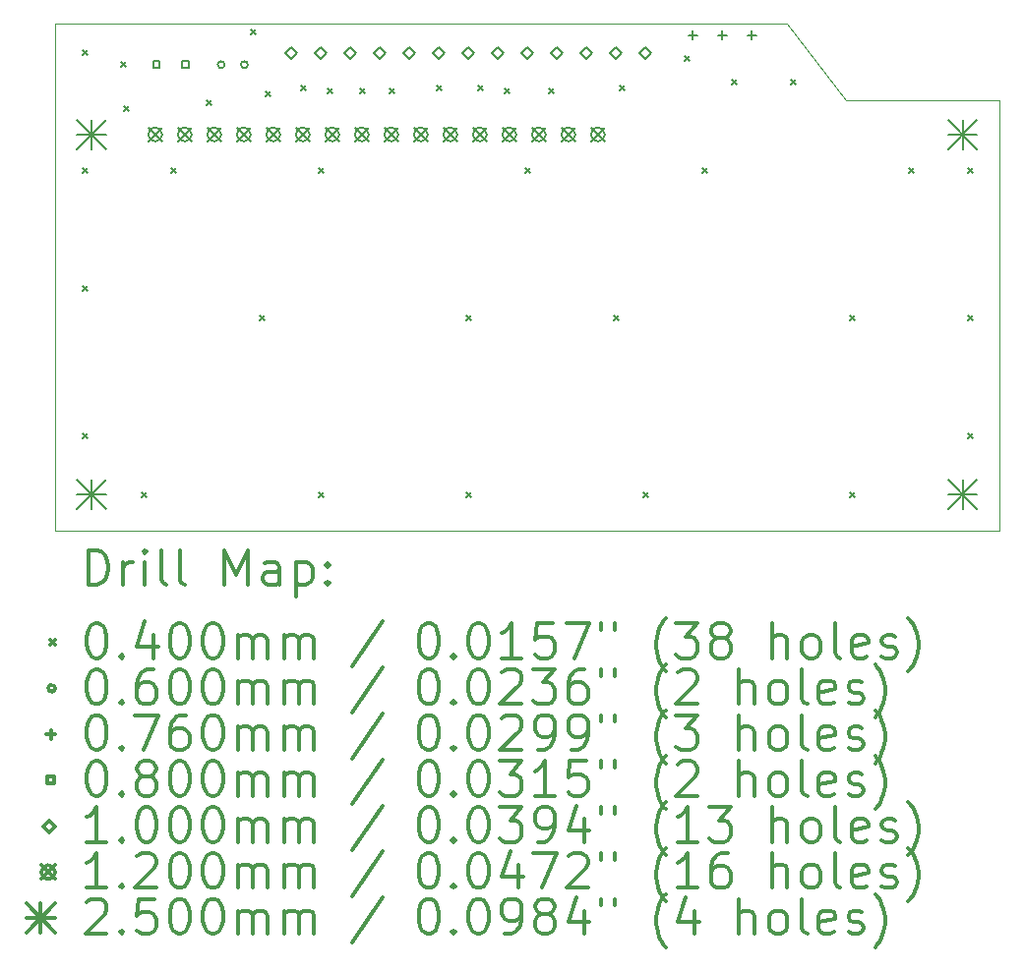
<source format=gbr>
%FSLAX45Y45*%
G04 Gerber Fmt 4.5, Leading zero omitted, Abs format (unit mm)*
G04 Created by KiCad (PCBNEW (5.1.10-1-10_14)) date 2021-11-19 10:18:55*
%MOMM*%
%LPD*%
G01*
G04 APERTURE LIST*
%TA.AperFunction,Profile*%
%ADD10C,0.050000*%
%TD*%
%ADD11C,0.200000*%
%ADD12C,0.300000*%
G04 APERTURE END LIST*
D10*
X16459200Y-9550400D02*
X17780000Y-9550400D01*
X15951200Y-8890000D02*
X16459200Y-9550400D01*
X17780000Y-13258800D02*
X9652000Y-13258800D01*
X17780000Y-9550400D02*
X17780000Y-13258800D01*
X9652000Y-8890000D02*
X15951200Y-8890000D01*
X9652000Y-13258800D02*
X9652000Y-8890000D01*
D11*
X9886000Y-9124000D02*
X9926000Y-9164000D01*
X9926000Y-9124000D02*
X9886000Y-9164000D01*
X9886000Y-10140000D02*
X9926000Y-10180000D01*
X9926000Y-10140000D02*
X9886000Y-10180000D01*
X9886000Y-11156000D02*
X9926000Y-11196000D01*
X9926000Y-11156000D02*
X9886000Y-11196000D01*
X9886000Y-12426000D02*
X9926000Y-12466000D01*
X9926000Y-12426000D02*
X9886000Y-12466000D01*
X10216200Y-9225600D02*
X10256200Y-9265600D01*
X10256200Y-9225600D02*
X10216200Y-9265600D01*
X10241600Y-9606600D02*
X10281600Y-9646600D01*
X10281600Y-9606600D02*
X10241600Y-9646600D01*
X10394000Y-12934000D02*
X10434000Y-12974000D01*
X10434000Y-12934000D02*
X10394000Y-12974000D01*
X10648000Y-10140000D02*
X10688000Y-10180000D01*
X10688000Y-10140000D02*
X10648000Y-10180000D01*
X10952800Y-9555800D02*
X10992800Y-9595800D01*
X10992800Y-9555800D02*
X10952800Y-9595800D01*
X11333800Y-8946200D02*
X11373800Y-8986200D01*
X11373800Y-8946200D02*
X11333800Y-8986200D01*
X11410000Y-11410000D02*
X11450000Y-11450000D01*
X11450000Y-11410000D02*
X11410000Y-11450000D01*
X11460800Y-9479600D02*
X11500800Y-9519600D01*
X11500800Y-9479600D02*
X11460800Y-9519600D01*
X11765600Y-9428800D02*
X11805600Y-9468800D01*
X11805600Y-9428800D02*
X11765600Y-9468800D01*
X11918000Y-10140000D02*
X11958000Y-10180000D01*
X11958000Y-10140000D02*
X11918000Y-10180000D01*
X11918000Y-12934000D02*
X11958000Y-12974000D01*
X11958000Y-12934000D02*
X11918000Y-12974000D01*
X11994200Y-9454200D02*
X12034200Y-9494200D01*
X12034200Y-9454200D02*
X11994200Y-9494200D01*
X12273600Y-9454200D02*
X12313600Y-9494200D01*
X12313600Y-9454200D02*
X12273600Y-9494200D01*
X12527600Y-9454200D02*
X12567600Y-9494200D01*
X12567600Y-9454200D02*
X12527600Y-9494200D01*
X12934000Y-9428800D02*
X12974000Y-9468800D01*
X12974000Y-9428800D02*
X12934000Y-9468800D01*
X13188000Y-11410000D02*
X13228000Y-11450000D01*
X13228000Y-11410000D02*
X13188000Y-11450000D01*
X13188000Y-12934000D02*
X13228000Y-12974000D01*
X13228000Y-12934000D02*
X13188000Y-12974000D01*
X13289600Y-9428800D02*
X13329600Y-9468800D01*
X13329600Y-9428800D02*
X13289600Y-9468800D01*
X13518200Y-9454200D02*
X13558200Y-9494200D01*
X13558200Y-9454200D02*
X13518200Y-9494200D01*
X13696000Y-10140000D02*
X13736000Y-10180000D01*
X13736000Y-10140000D02*
X13696000Y-10180000D01*
X13899200Y-9454200D02*
X13939200Y-9494200D01*
X13939200Y-9454200D02*
X13899200Y-9494200D01*
X14458000Y-11410000D02*
X14498000Y-11450000D01*
X14498000Y-11410000D02*
X14458000Y-11450000D01*
X14508800Y-9428800D02*
X14548800Y-9468800D01*
X14548800Y-9428800D02*
X14508800Y-9468800D01*
X14712000Y-12934000D02*
X14752000Y-12974000D01*
X14752000Y-12934000D02*
X14712000Y-12974000D01*
X15067600Y-9174800D02*
X15107600Y-9214800D01*
X15107600Y-9174800D02*
X15067600Y-9214800D01*
X15220000Y-10140000D02*
X15260000Y-10180000D01*
X15260000Y-10140000D02*
X15220000Y-10180000D01*
X15474000Y-9378000D02*
X15514000Y-9418000D01*
X15514000Y-9378000D02*
X15474000Y-9418000D01*
X15982000Y-9378000D02*
X16022000Y-9418000D01*
X16022000Y-9378000D02*
X15982000Y-9418000D01*
X16490000Y-11410000D02*
X16530000Y-11450000D01*
X16530000Y-11410000D02*
X16490000Y-11450000D01*
X16490000Y-12934000D02*
X16530000Y-12974000D01*
X16530000Y-12934000D02*
X16490000Y-12974000D01*
X16998000Y-10140000D02*
X17038000Y-10180000D01*
X17038000Y-10140000D02*
X16998000Y-10180000D01*
X17506000Y-10140000D02*
X17546000Y-10180000D01*
X17546000Y-10140000D02*
X17506000Y-10180000D01*
X17506000Y-11410000D02*
X17546000Y-11450000D01*
X17546000Y-11410000D02*
X17506000Y-11450000D01*
X17506000Y-12426000D02*
X17546000Y-12466000D01*
X17546000Y-12426000D02*
X17506000Y-12466000D01*
X11107600Y-9245600D02*
G75*
G03*
X11107600Y-9245600I-30000J0D01*
G01*
X11307600Y-9245600D02*
G75*
G03*
X11307600Y-9245600I-30000J0D01*
G01*
X15138400Y-8953600D02*
X15138400Y-9029600D01*
X15100400Y-8991600D02*
X15176400Y-8991600D01*
X15392400Y-8953600D02*
X15392400Y-9029600D01*
X15354400Y-8991600D02*
X15430400Y-8991600D01*
X15646400Y-8953600D02*
X15646400Y-9029600D01*
X15608400Y-8991600D02*
X15684400Y-8991600D01*
X10547885Y-9273885D02*
X10547885Y-9217316D01*
X10491316Y-9217316D01*
X10491316Y-9273885D01*
X10547885Y-9273885D01*
X10797885Y-9273885D02*
X10797885Y-9217316D01*
X10741316Y-9217316D01*
X10741316Y-9273885D01*
X10797885Y-9273885D01*
X11684000Y-9194000D02*
X11734000Y-9144000D01*
X11684000Y-9094000D01*
X11634000Y-9144000D01*
X11684000Y-9194000D01*
X11938000Y-9194000D02*
X11988000Y-9144000D01*
X11938000Y-9094000D01*
X11888000Y-9144000D01*
X11938000Y-9194000D01*
X12192000Y-9194000D02*
X12242000Y-9144000D01*
X12192000Y-9094000D01*
X12142000Y-9144000D01*
X12192000Y-9194000D01*
X12446000Y-9194000D02*
X12496000Y-9144000D01*
X12446000Y-9094000D01*
X12396000Y-9144000D01*
X12446000Y-9194000D01*
X12700000Y-9194000D02*
X12750000Y-9144000D01*
X12700000Y-9094000D01*
X12650000Y-9144000D01*
X12700000Y-9194000D01*
X12954000Y-9194000D02*
X13004000Y-9144000D01*
X12954000Y-9094000D01*
X12904000Y-9144000D01*
X12954000Y-9194000D01*
X13208000Y-9194000D02*
X13258000Y-9144000D01*
X13208000Y-9094000D01*
X13158000Y-9144000D01*
X13208000Y-9194000D01*
X13462000Y-9194000D02*
X13512000Y-9144000D01*
X13462000Y-9094000D01*
X13412000Y-9144000D01*
X13462000Y-9194000D01*
X13716000Y-9194000D02*
X13766000Y-9144000D01*
X13716000Y-9094000D01*
X13666000Y-9144000D01*
X13716000Y-9194000D01*
X13970000Y-9194000D02*
X14020000Y-9144000D01*
X13970000Y-9094000D01*
X13920000Y-9144000D01*
X13970000Y-9194000D01*
X14224000Y-9194000D02*
X14274000Y-9144000D01*
X14224000Y-9094000D01*
X14174000Y-9144000D01*
X14224000Y-9194000D01*
X14478000Y-9194000D02*
X14528000Y-9144000D01*
X14478000Y-9094000D01*
X14428000Y-9144000D01*
X14478000Y-9194000D01*
X14732000Y-9194000D02*
X14782000Y-9144000D01*
X14732000Y-9094000D01*
X14682000Y-9144000D01*
X14732000Y-9194000D01*
X10450100Y-9786100D02*
X10570100Y-9906100D01*
X10570100Y-9786100D02*
X10450100Y-9906100D01*
X10570100Y-9846100D02*
G75*
G03*
X10570100Y-9846100I-60000J0D01*
G01*
X10704100Y-9786100D02*
X10824100Y-9906100D01*
X10824100Y-9786100D02*
X10704100Y-9906100D01*
X10824100Y-9846100D02*
G75*
G03*
X10824100Y-9846100I-60000J0D01*
G01*
X10958100Y-9786100D02*
X11078100Y-9906100D01*
X11078100Y-9786100D02*
X10958100Y-9906100D01*
X11078100Y-9846100D02*
G75*
G03*
X11078100Y-9846100I-60000J0D01*
G01*
X11212100Y-9786100D02*
X11332100Y-9906100D01*
X11332100Y-9786100D02*
X11212100Y-9906100D01*
X11332100Y-9846100D02*
G75*
G03*
X11332100Y-9846100I-60000J0D01*
G01*
X11466100Y-9786100D02*
X11586100Y-9906100D01*
X11586100Y-9786100D02*
X11466100Y-9906100D01*
X11586100Y-9846100D02*
G75*
G03*
X11586100Y-9846100I-60000J0D01*
G01*
X11720100Y-9786100D02*
X11840100Y-9906100D01*
X11840100Y-9786100D02*
X11720100Y-9906100D01*
X11840100Y-9846100D02*
G75*
G03*
X11840100Y-9846100I-60000J0D01*
G01*
X11974100Y-9786100D02*
X12094100Y-9906100D01*
X12094100Y-9786100D02*
X11974100Y-9906100D01*
X12094100Y-9846100D02*
G75*
G03*
X12094100Y-9846100I-60000J0D01*
G01*
X12228100Y-9786100D02*
X12348100Y-9906100D01*
X12348100Y-9786100D02*
X12228100Y-9906100D01*
X12348100Y-9846100D02*
G75*
G03*
X12348100Y-9846100I-60000J0D01*
G01*
X12482100Y-9786100D02*
X12602100Y-9906100D01*
X12602100Y-9786100D02*
X12482100Y-9906100D01*
X12602100Y-9846100D02*
G75*
G03*
X12602100Y-9846100I-60000J0D01*
G01*
X12736100Y-9786100D02*
X12856100Y-9906100D01*
X12856100Y-9786100D02*
X12736100Y-9906100D01*
X12856100Y-9846100D02*
G75*
G03*
X12856100Y-9846100I-60000J0D01*
G01*
X12990100Y-9786100D02*
X13110100Y-9906100D01*
X13110100Y-9786100D02*
X12990100Y-9906100D01*
X13110100Y-9846100D02*
G75*
G03*
X13110100Y-9846100I-60000J0D01*
G01*
X13244100Y-9786100D02*
X13364100Y-9906100D01*
X13364100Y-9786100D02*
X13244100Y-9906100D01*
X13364100Y-9846100D02*
G75*
G03*
X13364100Y-9846100I-60000J0D01*
G01*
X13498100Y-9786100D02*
X13618100Y-9906100D01*
X13618100Y-9786100D02*
X13498100Y-9906100D01*
X13618100Y-9846100D02*
G75*
G03*
X13618100Y-9846100I-60000J0D01*
G01*
X13752100Y-9786100D02*
X13872100Y-9906100D01*
X13872100Y-9786100D02*
X13752100Y-9906100D01*
X13872100Y-9846100D02*
G75*
G03*
X13872100Y-9846100I-60000J0D01*
G01*
X14006100Y-9786100D02*
X14126100Y-9906100D01*
X14126100Y-9786100D02*
X14006100Y-9906100D01*
X14126100Y-9846100D02*
G75*
G03*
X14126100Y-9846100I-60000J0D01*
G01*
X14260100Y-9786100D02*
X14380100Y-9906100D01*
X14380100Y-9786100D02*
X14260100Y-9906100D01*
X14380100Y-9846100D02*
G75*
G03*
X14380100Y-9846100I-60000J0D01*
G01*
X9835190Y-9721100D02*
X10085190Y-9971100D01*
X10085190Y-9721100D02*
X9835190Y-9971100D01*
X9960190Y-9721100D02*
X9960190Y-9971100D01*
X9835190Y-9846100D02*
X10085190Y-9846100D01*
X9835190Y-12821170D02*
X10085190Y-13071170D01*
X10085190Y-12821170D02*
X9835190Y-13071170D01*
X9960190Y-12821170D02*
X9960190Y-13071170D01*
X9835190Y-12946170D02*
X10085190Y-12946170D01*
X17335048Y-12821170D02*
X17585048Y-13071170D01*
X17585048Y-12821170D02*
X17335048Y-13071170D01*
X17460048Y-12821170D02*
X17460048Y-13071170D01*
X17335048Y-12946170D02*
X17585048Y-12946170D01*
X17335100Y-9721100D02*
X17585100Y-9971100D01*
X17585100Y-9721100D02*
X17335100Y-9971100D01*
X17460100Y-9721100D02*
X17460100Y-9971100D01*
X17335100Y-9846100D02*
X17585100Y-9846100D01*
D12*
X9935928Y-13727014D02*
X9935928Y-13427014D01*
X10007357Y-13427014D01*
X10050214Y-13441300D01*
X10078786Y-13469871D01*
X10093071Y-13498443D01*
X10107357Y-13555586D01*
X10107357Y-13598443D01*
X10093071Y-13655586D01*
X10078786Y-13684157D01*
X10050214Y-13712729D01*
X10007357Y-13727014D01*
X9935928Y-13727014D01*
X10235928Y-13727014D02*
X10235928Y-13527014D01*
X10235928Y-13584157D02*
X10250214Y-13555586D01*
X10264500Y-13541300D01*
X10293071Y-13527014D01*
X10321643Y-13527014D01*
X10421643Y-13727014D02*
X10421643Y-13527014D01*
X10421643Y-13427014D02*
X10407357Y-13441300D01*
X10421643Y-13455586D01*
X10435928Y-13441300D01*
X10421643Y-13427014D01*
X10421643Y-13455586D01*
X10607357Y-13727014D02*
X10578786Y-13712729D01*
X10564500Y-13684157D01*
X10564500Y-13427014D01*
X10764500Y-13727014D02*
X10735928Y-13712729D01*
X10721643Y-13684157D01*
X10721643Y-13427014D01*
X11107357Y-13727014D02*
X11107357Y-13427014D01*
X11207357Y-13641300D01*
X11307357Y-13427014D01*
X11307357Y-13727014D01*
X11578786Y-13727014D02*
X11578786Y-13569871D01*
X11564500Y-13541300D01*
X11535928Y-13527014D01*
X11478786Y-13527014D01*
X11450214Y-13541300D01*
X11578786Y-13712729D02*
X11550214Y-13727014D01*
X11478786Y-13727014D01*
X11450214Y-13712729D01*
X11435928Y-13684157D01*
X11435928Y-13655586D01*
X11450214Y-13627014D01*
X11478786Y-13612729D01*
X11550214Y-13612729D01*
X11578786Y-13598443D01*
X11721643Y-13527014D02*
X11721643Y-13827014D01*
X11721643Y-13541300D02*
X11750214Y-13527014D01*
X11807357Y-13527014D01*
X11835928Y-13541300D01*
X11850214Y-13555586D01*
X11864500Y-13584157D01*
X11864500Y-13669871D01*
X11850214Y-13698443D01*
X11835928Y-13712729D01*
X11807357Y-13727014D01*
X11750214Y-13727014D01*
X11721643Y-13712729D01*
X11993071Y-13698443D02*
X12007357Y-13712729D01*
X11993071Y-13727014D01*
X11978786Y-13712729D01*
X11993071Y-13698443D01*
X11993071Y-13727014D01*
X11993071Y-13541300D02*
X12007357Y-13555586D01*
X11993071Y-13569871D01*
X11978786Y-13555586D01*
X11993071Y-13541300D01*
X11993071Y-13569871D01*
X9609500Y-14201300D02*
X9649500Y-14241300D01*
X9649500Y-14201300D02*
X9609500Y-14241300D01*
X9993071Y-14057014D02*
X10021643Y-14057014D01*
X10050214Y-14071300D01*
X10064500Y-14085586D01*
X10078786Y-14114157D01*
X10093071Y-14171300D01*
X10093071Y-14242729D01*
X10078786Y-14299871D01*
X10064500Y-14328443D01*
X10050214Y-14342729D01*
X10021643Y-14357014D01*
X9993071Y-14357014D01*
X9964500Y-14342729D01*
X9950214Y-14328443D01*
X9935928Y-14299871D01*
X9921643Y-14242729D01*
X9921643Y-14171300D01*
X9935928Y-14114157D01*
X9950214Y-14085586D01*
X9964500Y-14071300D01*
X9993071Y-14057014D01*
X10221643Y-14328443D02*
X10235928Y-14342729D01*
X10221643Y-14357014D01*
X10207357Y-14342729D01*
X10221643Y-14328443D01*
X10221643Y-14357014D01*
X10493071Y-14157014D02*
X10493071Y-14357014D01*
X10421643Y-14042729D02*
X10350214Y-14257014D01*
X10535928Y-14257014D01*
X10707357Y-14057014D02*
X10735928Y-14057014D01*
X10764500Y-14071300D01*
X10778786Y-14085586D01*
X10793071Y-14114157D01*
X10807357Y-14171300D01*
X10807357Y-14242729D01*
X10793071Y-14299871D01*
X10778786Y-14328443D01*
X10764500Y-14342729D01*
X10735928Y-14357014D01*
X10707357Y-14357014D01*
X10678786Y-14342729D01*
X10664500Y-14328443D01*
X10650214Y-14299871D01*
X10635928Y-14242729D01*
X10635928Y-14171300D01*
X10650214Y-14114157D01*
X10664500Y-14085586D01*
X10678786Y-14071300D01*
X10707357Y-14057014D01*
X10993071Y-14057014D02*
X11021643Y-14057014D01*
X11050214Y-14071300D01*
X11064500Y-14085586D01*
X11078786Y-14114157D01*
X11093071Y-14171300D01*
X11093071Y-14242729D01*
X11078786Y-14299871D01*
X11064500Y-14328443D01*
X11050214Y-14342729D01*
X11021643Y-14357014D01*
X10993071Y-14357014D01*
X10964500Y-14342729D01*
X10950214Y-14328443D01*
X10935928Y-14299871D01*
X10921643Y-14242729D01*
X10921643Y-14171300D01*
X10935928Y-14114157D01*
X10950214Y-14085586D01*
X10964500Y-14071300D01*
X10993071Y-14057014D01*
X11221643Y-14357014D02*
X11221643Y-14157014D01*
X11221643Y-14185586D02*
X11235928Y-14171300D01*
X11264500Y-14157014D01*
X11307357Y-14157014D01*
X11335928Y-14171300D01*
X11350214Y-14199871D01*
X11350214Y-14357014D01*
X11350214Y-14199871D02*
X11364500Y-14171300D01*
X11393071Y-14157014D01*
X11435928Y-14157014D01*
X11464500Y-14171300D01*
X11478786Y-14199871D01*
X11478786Y-14357014D01*
X11621643Y-14357014D02*
X11621643Y-14157014D01*
X11621643Y-14185586D02*
X11635928Y-14171300D01*
X11664500Y-14157014D01*
X11707357Y-14157014D01*
X11735928Y-14171300D01*
X11750214Y-14199871D01*
X11750214Y-14357014D01*
X11750214Y-14199871D02*
X11764500Y-14171300D01*
X11793071Y-14157014D01*
X11835928Y-14157014D01*
X11864500Y-14171300D01*
X11878786Y-14199871D01*
X11878786Y-14357014D01*
X12464500Y-14042729D02*
X12207357Y-14428443D01*
X12850214Y-14057014D02*
X12878786Y-14057014D01*
X12907357Y-14071300D01*
X12921643Y-14085586D01*
X12935928Y-14114157D01*
X12950214Y-14171300D01*
X12950214Y-14242729D01*
X12935928Y-14299871D01*
X12921643Y-14328443D01*
X12907357Y-14342729D01*
X12878786Y-14357014D01*
X12850214Y-14357014D01*
X12821643Y-14342729D01*
X12807357Y-14328443D01*
X12793071Y-14299871D01*
X12778786Y-14242729D01*
X12778786Y-14171300D01*
X12793071Y-14114157D01*
X12807357Y-14085586D01*
X12821643Y-14071300D01*
X12850214Y-14057014D01*
X13078786Y-14328443D02*
X13093071Y-14342729D01*
X13078786Y-14357014D01*
X13064500Y-14342729D01*
X13078786Y-14328443D01*
X13078786Y-14357014D01*
X13278786Y-14057014D02*
X13307357Y-14057014D01*
X13335928Y-14071300D01*
X13350214Y-14085586D01*
X13364500Y-14114157D01*
X13378786Y-14171300D01*
X13378786Y-14242729D01*
X13364500Y-14299871D01*
X13350214Y-14328443D01*
X13335928Y-14342729D01*
X13307357Y-14357014D01*
X13278786Y-14357014D01*
X13250214Y-14342729D01*
X13235928Y-14328443D01*
X13221643Y-14299871D01*
X13207357Y-14242729D01*
X13207357Y-14171300D01*
X13221643Y-14114157D01*
X13235928Y-14085586D01*
X13250214Y-14071300D01*
X13278786Y-14057014D01*
X13664500Y-14357014D02*
X13493071Y-14357014D01*
X13578786Y-14357014D02*
X13578786Y-14057014D01*
X13550214Y-14099871D01*
X13521643Y-14128443D01*
X13493071Y-14142729D01*
X13935928Y-14057014D02*
X13793071Y-14057014D01*
X13778786Y-14199871D01*
X13793071Y-14185586D01*
X13821643Y-14171300D01*
X13893071Y-14171300D01*
X13921643Y-14185586D01*
X13935928Y-14199871D01*
X13950214Y-14228443D01*
X13950214Y-14299871D01*
X13935928Y-14328443D01*
X13921643Y-14342729D01*
X13893071Y-14357014D01*
X13821643Y-14357014D01*
X13793071Y-14342729D01*
X13778786Y-14328443D01*
X14050214Y-14057014D02*
X14250214Y-14057014D01*
X14121643Y-14357014D01*
X14350214Y-14057014D02*
X14350214Y-14114157D01*
X14464500Y-14057014D02*
X14464500Y-14114157D01*
X14907357Y-14471300D02*
X14893071Y-14457014D01*
X14864500Y-14414157D01*
X14850214Y-14385586D01*
X14835928Y-14342729D01*
X14821643Y-14271300D01*
X14821643Y-14214157D01*
X14835928Y-14142729D01*
X14850214Y-14099871D01*
X14864500Y-14071300D01*
X14893071Y-14028443D01*
X14907357Y-14014157D01*
X14993071Y-14057014D02*
X15178786Y-14057014D01*
X15078786Y-14171300D01*
X15121643Y-14171300D01*
X15150214Y-14185586D01*
X15164500Y-14199871D01*
X15178786Y-14228443D01*
X15178786Y-14299871D01*
X15164500Y-14328443D01*
X15150214Y-14342729D01*
X15121643Y-14357014D01*
X15035928Y-14357014D01*
X15007357Y-14342729D01*
X14993071Y-14328443D01*
X15350214Y-14185586D02*
X15321643Y-14171300D01*
X15307357Y-14157014D01*
X15293071Y-14128443D01*
X15293071Y-14114157D01*
X15307357Y-14085586D01*
X15321643Y-14071300D01*
X15350214Y-14057014D01*
X15407357Y-14057014D01*
X15435928Y-14071300D01*
X15450214Y-14085586D01*
X15464500Y-14114157D01*
X15464500Y-14128443D01*
X15450214Y-14157014D01*
X15435928Y-14171300D01*
X15407357Y-14185586D01*
X15350214Y-14185586D01*
X15321643Y-14199871D01*
X15307357Y-14214157D01*
X15293071Y-14242729D01*
X15293071Y-14299871D01*
X15307357Y-14328443D01*
X15321643Y-14342729D01*
X15350214Y-14357014D01*
X15407357Y-14357014D01*
X15435928Y-14342729D01*
X15450214Y-14328443D01*
X15464500Y-14299871D01*
X15464500Y-14242729D01*
X15450214Y-14214157D01*
X15435928Y-14199871D01*
X15407357Y-14185586D01*
X15821643Y-14357014D02*
X15821643Y-14057014D01*
X15950214Y-14357014D02*
X15950214Y-14199871D01*
X15935928Y-14171300D01*
X15907357Y-14157014D01*
X15864500Y-14157014D01*
X15835928Y-14171300D01*
X15821643Y-14185586D01*
X16135928Y-14357014D02*
X16107357Y-14342729D01*
X16093071Y-14328443D01*
X16078786Y-14299871D01*
X16078786Y-14214157D01*
X16093071Y-14185586D01*
X16107357Y-14171300D01*
X16135928Y-14157014D01*
X16178786Y-14157014D01*
X16207357Y-14171300D01*
X16221643Y-14185586D01*
X16235928Y-14214157D01*
X16235928Y-14299871D01*
X16221643Y-14328443D01*
X16207357Y-14342729D01*
X16178786Y-14357014D01*
X16135928Y-14357014D01*
X16407357Y-14357014D02*
X16378786Y-14342729D01*
X16364500Y-14314157D01*
X16364500Y-14057014D01*
X16635928Y-14342729D02*
X16607357Y-14357014D01*
X16550214Y-14357014D01*
X16521643Y-14342729D01*
X16507357Y-14314157D01*
X16507357Y-14199871D01*
X16521643Y-14171300D01*
X16550214Y-14157014D01*
X16607357Y-14157014D01*
X16635928Y-14171300D01*
X16650214Y-14199871D01*
X16650214Y-14228443D01*
X16507357Y-14257014D01*
X16764500Y-14342729D02*
X16793071Y-14357014D01*
X16850214Y-14357014D01*
X16878786Y-14342729D01*
X16893071Y-14314157D01*
X16893071Y-14299871D01*
X16878786Y-14271300D01*
X16850214Y-14257014D01*
X16807357Y-14257014D01*
X16778786Y-14242729D01*
X16764500Y-14214157D01*
X16764500Y-14199871D01*
X16778786Y-14171300D01*
X16807357Y-14157014D01*
X16850214Y-14157014D01*
X16878786Y-14171300D01*
X16993071Y-14471300D02*
X17007357Y-14457014D01*
X17035928Y-14414157D01*
X17050214Y-14385586D01*
X17064500Y-14342729D01*
X17078786Y-14271300D01*
X17078786Y-14214157D01*
X17064500Y-14142729D01*
X17050214Y-14099871D01*
X17035928Y-14071300D01*
X17007357Y-14028443D01*
X16993071Y-14014157D01*
X9649500Y-14617300D02*
G75*
G03*
X9649500Y-14617300I-30000J0D01*
G01*
X9993071Y-14453014D02*
X10021643Y-14453014D01*
X10050214Y-14467300D01*
X10064500Y-14481586D01*
X10078786Y-14510157D01*
X10093071Y-14567300D01*
X10093071Y-14638729D01*
X10078786Y-14695871D01*
X10064500Y-14724443D01*
X10050214Y-14738729D01*
X10021643Y-14753014D01*
X9993071Y-14753014D01*
X9964500Y-14738729D01*
X9950214Y-14724443D01*
X9935928Y-14695871D01*
X9921643Y-14638729D01*
X9921643Y-14567300D01*
X9935928Y-14510157D01*
X9950214Y-14481586D01*
X9964500Y-14467300D01*
X9993071Y-14453014D01*
X10221643Y-14724443D02*
X10235928Y-14738729D01*
X10221643Y-14753014D01*
X10207357Y-14738729D01*
X10221643Y-14724443D01*
X10221643Y-14753014D01*
X10493071Y-14453014D02*
X10435928Y-14453014D01*
X10407357Y-14467300D01*
X10393071Y-14481586D01*
X10364500Y-14524443D01*
X10350214Y-14581586D01*
X10350214Y-14695871D01*
X10364500Y-14724443D01*
X10378786Y-14738729D01*
X10407357Y-14753014D01*
X10464500Y-14753014D01*
X10493071Y-14738729D01*
X10507357Y-14724443D01*
X10521643Y-14695871D01*
X10521643Y-14624443D01*
X10507357Y-14595871D01*
X10493071Y-14581586D01*
X10464500Y-14567300D01*
X10407357Y-14567300D01*
X10378786Y-14581586D01*
X10364500Y-14595871D01*
X10350214Y-14624443D01*
X10707357Y-14453014D02*
X10735928Y-14453014D01*
X10764500Y-14467300D01*
X10778786Y-14481586D01*
X10793071Y-14510157D01*
X10807357Y-14567300D01*
X10807357Y-14638729D01*
X10793071Y-14695871D01*
X10778786Y-14724443D01*
X10764500Y-14738729D01*
X10735928Y-14753014D01*
X10707357Y-14753014D01*
X10678786Y-14738729D01*
X10664500Y-14724443D01*
X10650214Y-14695871D01*
X10635928Y-14638729D01*
X10635928Y-14567300D01*
X10650214Y-14510157D01*
X10664500Y-14481586D01*
X10678786Y-14467300D01*
X10707357Y-14453014D01*
X10993071Y-14453014D02*
X11021643Y-14453014D01*
X11050214Y-14467300D01*
X11064500Y-14481586D01*
X11078786Y-14510157D01*
X11093071Y-14567300D01*
X11093071Y-14638729D01*
X11078786Y-14695871D01*
X11064500Y-14724443D01*
X11050214Y-14738729D01*
X11021643Y-14753014D01*
X10993071Y-14753014D01*
X10964500Y-14738729D01*
X10950214Y-14724443D01*
X10935928Y-14695871D01*
X10921643Y-14638729D01*
X10921643Y-14567300D01*
X10935928Y-14510157D01*
X10950214Y-14481586D01*
X10964500Y-14467300D01*
X10993071Y-14453014D01*
X11221643Y-14753014D02*
X11221643Y-14553014D01*
X11221643Y-14581586D02*
X11235928Y-14567300D01*
X11264500Y-14553014D01*
X11307357Y-14553014D01*
X11335928Y-14567300D01*
X11350214Y-14595871D01*
X11350214Y-14753014D01*
X11350214Y-14595871D02*
X11364500Y-14567300D01*
X11393071Y-14553014D01*
X11435928Y-14553014D01*
X11464500Y-14567300D01*
X11478786Y-14595871D01*
X11478786Y-14753014D01*
X11621643Y-14753014D02*
X11621643Y-14553014D01*
X11621643Y-14581586D02*
X11635928Y-14567300D01*
X11664500Y-14553014D01*
X11707357Y-14553014D01*
X11735928Y-14567300D01*
X11750214Y-14595871D01*
X11750214Y-14753014D01*
X11750214Y-14595871D02*
X11764500Y-14567300D01*
X11793071Y-14553014D01*
X11835928Y-14553014D01*
X11864500Y-14567300D01*
X11878786Y-14595871D01*
X11878786Y-14753014D01*
X12464500Y-14438729D02*
X12207357Y-14824443D01*
X12850214Y-14453014D02*
X12878786Y-14453014D01*
X12907357Y-14467300D01*
X12921643Y-14481586D01*
X12935928Y-14510157D01*
X12950214Y-14567300D01*
X12950214Y-14638729D01*
X12935928Y-14695871D01*
X12921643Y-14724443D01*
X12907357Y-14738729D01*
X12878786Y-14753014D01*
X12850214Y-14753014D01*
X12821643Y-14738729D01*
X12807357Y-14724443D01*
X12793071Y-14695871D01*
X12778786Y-14638729D01*
X12778786Y-14567300D01*
X12793071Y-14510157D01*
X12807357Y-14481586D01*
X12821643Y-14467300D01*
X12850214Y-14453014D01*
X13078786Y-14724443D02*
X13093071Y-14738729D01*
X13078786Y-14753014D01*
X13064500Y-14738729D01*
X13078786Y-14724443D01*
X13078786Y-14753014D01*
X13278786Y-14453014D02*
X13307357Y-14453014D01*
X13335928Y-14467300D01*
X13350214Y-14481586D01*
X13364500Y-14510157D01*
X13378786Y-14567300D01*
X13378786Y-14638729D01*
X13364500Y-14695871D01*
X13350214Y-14724443D01*
X13335928Y-14738729D01*
X13307357Y-14753014D01*
X13278786Y-14753014D01*
X13250214Y-14738729D01*
X13235928Y-14724443D01*
X13221643Y-14695871D01*
X13207357Y-14638729D01*
X13207357Y-14567300D01*
X13221643Y-14510157D01*
X13235928Y-14481586D01*
X13250214Y-14467300D01*
X13278786Y-14453014D01*
X13493071Y-14481586D02*
X13507357Y-14467300D01*
X13535928Y-14453014D01*
X13607357Y-14453014D01*
X13635928Y-14467300D01*
X13650214Y-14481586D01*
X13664500Y-14510157D01*
X13664500Y-14538729D01*
X13650214Y-14581586D01*
X13478786Y-14753014D01*
X13664500Y-14753014D01*
X13764500Y-14453014D02*
X13950214Y-14453014D01*
X13850214Y-14567300D01*
X13893071Y-14567300D01*
X13921643Y-14581586D01*
X13935928Y-14595871D01*
X13950214Y-14624443D01*
X13950214Y-14695871D01*
X13935928Y-14724443D01*
X13921643Y-14738729D01*
X13893071Y-14753014D01*
X13807357Y-14753014D01*
X13778786Y-14738729D01*
X13764500Y-14724443D01*
X14207357Y-14453014D02*
X14150214Y-14453014D01*
X14121643Y-14467300D01*
X14107357Y-14481586D01*
X14078786Y-14524443D01*
X14064500Y-14581586D01*
X14064500Y-14695871D01*
X14078786Y-14724443D01*
X14093071Y-14738729D01*
X14121643Y-14753014D01*
X14178786Y-14753014D01*
X14207357Y-14738729D01*
X14221643Y-14724443D01*
X14235928Y-14695871D01*
X14235928Y-14624443D01*
X14221643Y-14595871D01*
X14207357Y-14581586D01*
X14178786Y-14567300D01*
X14121643Y-14567300D01*
X14093071Y-14581586D01*
X14078786Y-14595871D01*
X14064500Y-14624443D01*
X14350214Y-14453014D02*
X14350214Y-14510157D01*
X14464500Y-14453014D02*
X14464500Y-14510157D01*
X14907357Y-14867300D02*
X14893071Y-14853014D01*
X14864500Y-14810157D01*
X14850214Y-14781586D01*
X14835928Y-14738729D01*
X14821643Y-14667300D01*
X14821643Y-14610157D01*
X14835928Y-14538729D01*
X14850214Y-14495871D01*
X14864500Y-14467300D01*
X14893071Y-14424443D01*
X14907357Y-14410157D01*
X15007357Y-14481586D02*
X15021643Y-14467300D01*
X15050214Y-14453014D01*
X15121643Y-14453014D01*
X15150214Y-14467300D01*
X15164500Y-14481586D01*
X15178786Y-14510157D01*
X15178786Y-14538729D01*
X15164500Y-14581586D01*
X14993071Y-14753014D01*
X15178786Y-14753014D01*
X15535928Y-14753014D02*
X15535928Y-14453014D01*
X15664500Y-14753014D02*
X15664500Y-14595871D01*
X15650214Y-14567300D01*
X15621643Y-14553014D01*
X15578786Y-14553014D01*
X15550214Y-14567300D01*
X15535928Y-14581586D01*
X15850214Y-14753014D02*
X15821643Y-14738729D01*
X15807357Y-14724443D01*
X15793071Y-14695871D01*
X15793071Y-14610157D01*
X15807357Y-14581586D01*
X15821643Y-14567300D01*
X15850214Y-14553014D01*
X15893071Y-14553014D01*
X15921643Y-14567300D01*
X15935928Y-14581586D01*
X15950214Y-14610157D01*
X15950214Y-14695871D01*
X15935928Y-14724443D01*
X15921643Y-14738729D01*
X15893071Y-14753014D01*
X15850214Y-14753014D01*
X16121643Y-14753014D02*
X16093071Y-14738729D01*
X16078786Y-14710157D01*
X16078786Y-14453014D01*
X16350214Y-14738729D02*
X16321643Y-14753014D01*
X16264500Y-14753014D01*
X16235928Y-14738729D01*
X16221643Y-14710157D01*
X16221643Y-14595871D01*
X16235928Y-14567300D01*
X16264500Y-14553014D01*
X16321643Y-14553014D01*
X16350214Y-14567300D01*
X16364500Y-14595871D01*
X16364500Y-14624443D01*
X16221643Y-14653014D01*
X16478786Y-14738729D02*
X16507357Y-14753014D01*
X16564500Y-14753014D01*
X16593071Y-14738729D01*
X16607357Y-14710157D01*
X16607357Y-14695871D01*
X16593071Y-14667300D01*
X16564500Y-14653014D01*
X16521643Y-14653014D01*
X16493071Y-14638729D01*
X16478786Y-14610157D01*
X16478786Y-14595871D01*
X16493071Y-14567300D01*
X16521643Y-14553014D01*
X16564500Y-14553014D01*
X16593071Y-14567300D01*
X16707357Y-14867300D02*
X16721643Y-14853014D01*
X16750214Y-14810157D01*
X16764500Y-14781586D01*
X16778786Y-14738729D01*
X16793071Y-14667300D01*
X16793071Y-14610157D01*
X16778786Y-14538729D01*
X16764500Y-14495871D01*
X16750214Y-14467300D01*
X16721643Y-14424443D01*
X16707357Y-14410157D01*
X9611500Y-14975300D02*
X9611500Y-15051300D01*
X9573500Y-15013300D02*
X9649500Y-15013300D01*
X9993071Y-14849014D02*
X10021643Y-14849014D01*
X10050214Y-14863300D01*
X10064500Y-14877586D01*
X10078786Y-14906157D01*
X10093071Y-14963300D01*
X10093071Y-15034729D01*
X10078786Y-15091871D01*
X10064500Y-15120443D01*
X10050214Y-15134729D01*
X10021643Y-15149014D01*
X9993071Y-15149014D01*
X9964500Y-15134729D01*
X9950214Y-15120443D01*
X9935928Y-15091871D01*
X9921643Y-15034729D01*
X9921643Y-14963300D01*
X9935928Y-14906157D01*
X9950214Y-14877586D01*
X9964500Y-14863300D01*
X9993071Y-14849014D01*
X10221643Y-15120443D02*
X10235928Y-15134729D01*
X10221643Y-15149014D01*
X10207357Y-15134729D01*
X10221643Y-15120443D01*
X10221643Y-15149014D01*
X10335928Y-14849014D02*
X10535928Y-14849014D01*
X10407357Y-15149014D01*
X10778786Y-14849014D02*
X10721643Y-14849014D01*
X10693071Y-14863300D01*
X10678786Y-14877586D01*
X10650214Y-14920443D01*
X10635928Y-14977586D01*
X10635928Y-15091871D01*
X10650214Y-15120443D01*
X10664500Y-15134729D01*
X10693071Y-15149014D01*
X10750214Y-15149014D01*
X10778786Y-15134729D01*
X10793071Y-15120443D01*
X10807357Y-15091871D01*
X10807357Y-15020443D01*
X10793071Y-14991871D01*
X10778786Y-14977586D01*
X10750214Y-14963300D01*
X10693071Y-14963300D01*
X10664500Y-14977586D01*
X10650214Y-14991871D01*
X10635928Y-15020443D01*
X10993071Y-14849014D02*
X11021643Y-14849014D01*
X11050214Y-14863300D01*
X11064500Y-14877586D01*
X11078786Y-14906157D01*
X11093071Y-14963300D01*
X11093071Y-15034729D01*
X11078786Y-15091871D01*
X11064500Y-15120443D01*
X11050214Y-15134729D01*
X11021643Y-15149014D01*
X10993071Y-15149014D01*
X10964500Y-15134729D01*
X10950214Y-15120443D01*
X10935928Y-15091871D01*
X10921643Y-15034729D01*
X10921643Y-14963300D01*
X10935928Y-14906157D01*
X10950214Y-14877586D01*
X10964500Y-14863300D01*
X10993071Y-14849014D01*
X11221643Y-15149014D02*
X11221643Y-14949014D01*
X11221643Y-14977586D02*
X11235928Y-14963300D01*
X11264500Y-14949014D01*
X11307357Y-14949014D01*
X11335928Y-14963300D01*
X11350214Y-14991871D01*
X11350214Y-15149014D01*
X11350214Y-14991871D02*
X11364500Y-14963300D01*
X11393071Y-14949014D01*
X11435928Y-14949014D01*
X11464500Y-14963300D01*
X11478786Y-14991871D01*
X11478786Y-15149014D01*
X11621643Y-15149014D02*
X11621643Y-14949014D01*
X11621643Y-14977586D02*
X11635928Y-14963300D01*
X11664500Y-14949014D01*
X11707357Y-14949014D01*
X11735928Y-14963300D01*
X11750214Y-14991871D01*
X11750214Y-15149014D01*
X11750214Y-14991871D02*
X11764500Y-14963300D01*
X11793071Y-14949014D01*
X11835928Y-14949014D01*
X11864500Y-14963300D01*
X11878786Y-14991871D01*
X11878786Y-15149014D01*
X12464500Y-14834729D02*
X12207357Y-15220443D01*
X12850214Y-14849014D02*
X12878786Y-14849014D01*
X12907357Y-14863300D01*
X12921643Y-14877586D01*
X12935928Y-14906157D01*
X12950214Y-14963300D01*
X12950214Y-15034729D01*
X12935928Y-15091871D01*
X12921643Y-15120443D01*
X12907357Y-15134729D01*
X12878786Y-15149014D01*
X12850214Y-15149014D01*
X12821643Y-15134729D01*
X12807357Y-15120443D01*
X12793071Y-15091871D01*
X12778786Y-15034729D01*
X12778786Y-14963300D01*
X12793071Y-14906157D01*
X12807357Y-14877586D01*
X12821643Y-14863300D01*
X12850214Y-14849014D01*
X13078786Y-15120443D02*
X13093071Y-15134729D01*
X13078786Y-15149014D01*
X13064500Y-15134729D01*
X13078786Y-15120443D01*
X13078786Y-15149014D01*
X13278786Y-14849014D02*
X13307357Y-14849014D01*
X13335928Y-14863300D01*
X13350214Y-14877586D01*
X13364500Y-14906157D01*
X13378786Y-14963300D01*
X13378786Y-15034729D01*
X13364500Y-15091871D01*
X13350214Y-15120443D01*
X13335928Y-15134729D01*
X13307357Y-15149014D01*
X13278786Y-15149014D01*
X13250214Y-15134729D01*
X13235928Y-15120443D01*
X13221643Y-15091871D01*
X13207357Y-15034729D01*
X13207357Y-14963300D01*
X13221643Y-14906157D01*
X13235928Y-14877586D01*
X13250214Y-14863300D01*
X13278786Y-14849014D01*
X13493071Y-14877586D02*
X13507357Y-14863300D01*
X13535928Y-14849014D01*
X13607357Y-14849014D01*
X13635928Y-14863300D01*
X13650214Y-14877586D01*
X13664500Y-14906157D01*
X13664500Y-14934729D01*
X13650214Y-14977586D01*
X13478786Y-15149014D01*
X13664500Y-15149014D01*
X13807357Y-15149014D02*
X13864500Y-15149014D01*
X13893071Y-15134729D01*
X13907357Y-15120443D01*
X13935928Y-15077586D01*
X13950214Y-15020443D01*
X13950214Y-14906157D01*
X13935928Y-14877586D01*
X13921643Y-14863300D01*
X13893071Y-14849014D01*
X13835928Y-14849014D01*
X13807357Y-14863300D01*
X13793071Y-14877586D01*
X13778786Y-14906157D01*
X13778786Y-14977586D01*
X13793071Y-15006157D01*
X13807357Y-15020443D01*
X13835928Y-15034729D01*
X13893071Y-15034729D01*
X13921643Y-15020443D01*
X13935928Y-15006157D01*
X13950214Y-14977586D01*
X14093071Y-15149014D02*
X14150214Y-15149014D01*
X14178786Y-15134729D01*
X14193071Y-15120443D01*
X14221643Y-15077586D01*
X14235928Y-15020443D01*
X14235928Y-14906157D01*
X14221643Y-14877586D01*
X14207357Y-14863300D01*
X14178786Y-14849014D01*
X14121643Y-14849014D01*
X14093071Y-14863300D01*
X14078786Y-14877586D01*
X14064500Y-14906157D01*
X14064500Y-14977586D01*
X14078786Y-15006157D01*
X14093071Y-15020443D01*
X14121643Y-15034729D01*
X14178786Y-15034729D01*
X14207357Y-15020443D01*
X14221643Y-15006157D01*
X14235928Y-14977586D01*
X14350214Y-14849014D02*
X14350214Y-14906157D01*
X14464500Y-14849014D02*
X14464500Y-14906157D01*
X14907357Y-15263300D02*
X14893071Y-15249014D01*
X14864500Y-15206157D01*
X14850214Y-15177586D01*
X14835928Y-15134729D01*
X14821643Y-15063300D01*
X14821643Y-15006157D01*
X14835928Y-14934729D01*
X14850214Y-14891871D01*
X14864500Y-14863300D01*
X14893071Y-14820443D01*
X14907357Y-14806157D01*
X14993071Y-14849014D02*
X15178786Y-14849014D01*
X15078786Y-14963300D01*
X15121643Y-14963300D01*
X15150214Y-14977586D01*
X15164500Y-14991871D01*
X15178786Y-15020443D01*
X15178786Y-15091871D01*
X15164500Y-15120443D01*
X15150214Y-15134729D01*
X15121643Y-15149014D01*
X15035928Y-15149014D01*
X15007357Y-15134729D01*
X14993071Y-15120443D01*
X15535928Y-15149014D02*
X15535928Y-14849014D01*
X15664500Y-15149014D02*
X15664500Y-14991871D01*
X15650214Y-14963300D01*
X15621643Y-14949014D01*
X15578786Y-14949014D01*
X15550214Y-14963300D01*
X15535928Y-14977586D01*
X15850214Y-15149014D02*
X15821643Y-15134729D01*
X15807357Y-15120443D01*
X15793071Y-15091871D01*
X15793071Y-15006157D01*
X15807357Y-14977586D01*
X15821643Y-14963300D01*
X15850214Y-14949014D01*
X15893071Y-14949014D01*
X15921643Y-14963300D01*
X15935928Y-14977586D01*
X15950214Y-15006157D01*
X15950214Y-15091871D01*
X15935928Y-15120443D01*
X15921643Y-15134729D01*
X15893071Y-15149014D01*
X15850214Y-15149014D01*
X16121643Y-15149014D02*
X16093071Y-15134729D01*
X16078786Y-15106157D01*
X16078786Y-14849014D01*
X16350214Y-15134729D02*
X16321643Y-15149014D01*
X16264500Y-15149014D01*
X16235928Y-15134729D01*
X16221643Y-15106157D01*
X16221643Y-14991871D01*
X16235928Y-14963300D01*
X16264500Y-14949014D01*
X16321643Y-14949014D01*
X16350214Y-14963300D01*
X16364500Y-14991871D01*
X16364500Y-15020443D01*
X16221643Y-15049014D01*
X16478786Y-15134729D02*
X16507357Y-15149014D01*
X16564500Y-15149014D01*
X16593071Y-15134729D01*
X16607357Y-15106157D01*
X16607357Y-15091871D01*
X16593071Y-15063300D01*
X16564500Y-15049014D01*
X16521643Y-15049014D01*
X16493071Y-15034729D01*
X16478786Y-15006157D01*
X16478786Y-14991871D01*
X16493071Y-14963300D01*
X16521643Y-14949014D01*
X16564500Y-14949014D01*
X16593071Y-14963300D01*
X16707357Y-15263300D02*
X16721643Y-15249014D01*
X16750214Y-15206157D01*
X16764500Y-15177586D01*
X16778786Y-15134729D01*
X16793071Y-15063300D01*
X16793071Y-15006157D01*
X16778786Y-14934729D01*
X16764500Y-14891871D01*
X16750214Y-14863300D01*
X16721643Y-14820443D01*
X16707357Y-14806157D01*
X9637784Y-15437585D02*
X9637784Y-15381016D01*
X9581215Y-15381016D01*
X9581215Y-15437585D01*
X9637784Y-15437585D01*
X9993071Y-15245014D02*
X10021643Y-15245014D01*
X10050214Y-15259300D01*
X10064500Y-15273586D01*
X10078786Y-15302157D01*
X10093071Y-15359300D01*
X10093071Y-15430729D01*
X10078786Y-15487871D01*
X10064500Y-15516443D01*
X10050214Y-15530729D01*
X10021643Y-15545014D01*
X9993071Y-15545014D01*
X9964500Y-15530729D01*
X9950214Y-15516443D01*
X9935928Y-15487871D01*
X9921643Y-15430729D01*
X9921643Y-15359300D01*
X9935928Y-15302157D01*
X9950214Y-15273586D01*
X9964500Y-15259300D01*
X9993071Y-15245014D01*
X10221643Y-15516443D02*
X10235928Y-15530729D01*
X10221643Y-15545014D01*
X10207357Y-15530729D01*
X10221643Y-15516443D01*
X10221643Y-15545014D01*
X10407357Y-15373586D02*
X10378786Y-15359300D01*
X10364500Y-15345014D01*
X10350214Y-15316443D01*
X10350214Y-15302157D01*
X10364500Y-15273586D01*
X10378786Y-15259300D01*
X10407357Y-15245014D01*
X10464500Y-15245014D01*
X10493071Y-15259300D01*
X10507357Y-15273586D01*
X10521643Y-15302157D01*
X10521643Y-15316443D01*
X10507357Y-15345014D01*
X10493071Y-15359300D01*
X10464500Y-15373586D01*
X10407357Y-15373586D01*
X10378786Y-15387871D01*
X10364500Y-15402157D01*
X10350214Y-15430729D01*
X10350214Y-15487871D01*
X10364500Y-15516443D01*
X10378786Y-15530729D01*
X10407357Y-15545014D01*
X10464500Y-15545014D01*
X10493071Y-15530729D01*
X10507357Y-15516443D01*
X10521643Y-15487871D01*
X10521643Y-15430729D01*
X10507357Y-15402157D01*
X10493071Y-15387871D01*
X10464500Y-15373586D01*
X10707357Y-15245014D02*
X10735928Y-15245014D01*
X10764500Y-15259300D01*
X10778786Y-15273586D01*
X10793071Y-15302157D01*
X10807357Y-15359300D01*
X10807357Y-15430729D01*
X10793071Y-15487871D01*
X10778786Y-15516443D01*
X10764500Y-15530729D01*
X10735928Y-15545014D01*
X10707357Y-15545014D01*
X10678786Y-15530729D01*
X10664500Y-15516443D01*
X10650214Y-15487871D01*
X10635928Y-15430729D01*
X10635928Y-15359300D01*
X10650214Y-15302157D01*
X10664500Y-15273586D01*
X10678786Y-15259300D01*
X10707357Y-15245014D01*
X10993071Y-15245014D02*
X11021643Y-15245014D01*
X11050214Y-15259300D01*
X11064500Y-15273586D01*
X11078786Y-15302157D01*
X11093071Y-15359300D01*
X11093071Y-15430729D01*
X11078786Y-15487871D01*
X11064500Y-15516443D01*
X11050214Y-15530729D01*
X11021643Y-15545014D01*
X10993071Y-15545014D01*
X10964500Y-15530729D01*
X10950214Y-15516443D01*
X10935928Y-15487871D01*
X10921643Y-15430729D01*
X10921643Y-15359300D01*
X10935928Y-15302157D01*
X10950214Y-15273586D01*
X10964500Y-15259300D01*
X10993071Y-15245014D01*
X11221643Y-15545014D02*
X11221643Y-15345014D01*
X11221643Y-15373586D02*
X11235928Y-15359300D01*
X11264500Y-15345014D01*
X11307357Y-15345014D01*
X11335928Y-15359300D01*
X11350214Y-15387871D01*
X11350214Y-15545014D01*
X11350214Y-15387871D02*
X11364500Y-15359300D01*
X11393071Y-15345014D01*
X11435928Y-15345014D01*
X11464500Y-15359300D01*
X11478786Y-15387871D01*
X11478786Y-15545014D01*
X11621643Y-15545014D02*
X11621643Y-15345014D01*
X11621643Y-15373586D02*
X11635928Y-15359300D01*
X11664500Y-15345014D01*
X11707357Y-15345014D01*
X11735928Y-15359300D01*
X11750214Y-15387871D01*
X11750214Y-15545014D01*
X11750214Y-15387871D02*
X11764500Y-15359300D01*
X11793071Y-15345014D01*
X11835928Y-15345014D01*
X11864500Y-15359300D01*
X11878786Y-15387871D01*
X11878786Y-15545014D01*
X12464500Y-15230729D02*
X12207357Y-15616443D01*
X12850214Y-15245014D02*
X12878786Y-15245014D01*
X12907357Y-15259300D01*
X12921643Y-15273586D01*
X12935928Y-15302157D01*
X12950214Y-15359300D01*
X12950214Y-15430729D01*
X12935928Y-15487871D01*
X12921643Y-15516443D01*
X12907357Y-15530729D01*
X12878786Y-15545014D01*
X12850214Y-15545014D01*
X12821643Y-15530729D01*
X12807357Y-15516443D01*
X12793071Y-15487871D01*
X12778786Y-15430729D01*
X12778786Y-15359300D01*
X12793071Y-15302157D01*
X12807357Y-15273586D01*
X12821643Y-15259300D01*
X12850214Y-15245014D01*
X13078786Y-15516443D02*
X13093071Y-15530729D01*
X13078786Y-15545014D01*
X13064500Y-15530729D01*
X13078786Y-15516443D01*
X13078786Y-15545014D01*
X13278786Y-15245014D02*
X13307357Y-15245014D01*
X13335928Y-15259300D01*
X13350214Y-15273586D01*
X13364500Y-15302157D01*
X13378786Y-15359300D01*
X13378786Y-15430729D01*
X13364500Y-15487871D01*
X13350214Y-15516443D01*
X13335928Y-15530729D01*
X13307357Y-15545014D01*
X13278786Y-15545014D01*
X13250214Y-15530729D01*
X13235928Y-15516443D01*
X13221643Y-15487871D01*
X13207357Y-15430729D01*
X13207357Y-15359300D01*
X13221643Y-15302157D01*
X13235928Y-15273586D01*
X13250214Y-15259300D01*
X13278786Y-15245014D01*
X13478786Y-15245014D02*
X13664500Y-15245014D01*
X13564500Y-15359300D01*
X13607357Y-15359300D01*
X13635928Y-15373586D01*
X13650214Y-15387871D01*
X13664500Y-15416443D01*
X13664500Y-15487871D01*
X13650214Y-15516443D01*
X13635928Y-15530729D01*
X13607357Y-15545014D01*
X13521643Y-15545014D01*
X13493071Y-15530729D01*
X13478786Y-15516443D01*
X13950214Y-15545014D02*
X13778786Y-15545014D01*
X13864500Y-15545014D02*
X13864500Y-15245014D01*
X13835928Y-15287871D01*
X13807357Y-15316443D01*
X13778786Y-15330729D01*
X14221643Y-15245014D02*
X14078786Y-15245014D01*
X14064500Y-15387871D01*
X14078786Y-15373586D01*
X14107357Y-15359300D01*
X14178786Y-15359300D01*
X14207357Y-15373586D01*
X14221643Y-15387871D01*
X14235928Y-15416443D01*
X14235928Y-15487871D01*
X14221643Y-15516443D01*
X14207357Y-15530729D01*
X14178786Y-15545014D01*
X14107357Y-15545014D01*
X14078786Y-15530729D01*
X14064500Y-15516443D01*
X14350214Y-15245014D02*
X14350214Y-15302157D01*
X14464500Y-15245014D02*
X14464500Y-15302157D01*
X14907357Y-15659300D02*
X14893071Y-15645014D01*
X14864500Y-15602157D01*
X14850214Y-15573586D01*
X14835928Y-15530729D01*
X14821643Y-15459300D01*
X14821643Y-15402157D01*
X14835928Y-15330729D01*
X14850214Y-15287871D01*
X14864500Y-15259300D01*
X14893071Y-15216443D01*
X14907357Y-15202157D01*
X15007357Y-15273586D02*
X15021643Y-15259300D01*
X15050214Y-15245014D01*
X15121643Y-15245014D01*
X15150214Y-15259300D01*
X15164500Y-15273586D01*
X15178786Y-15302157D01*
X15178786Y-15330729D01*
X15164500Y-15373586D01*
X14993071Y-15545014D01*
X15178786Y-15545014D01*
X15535928Y-15545014D02*
X15535928Y-15245014D01*
X15664500Y-15545014D02*
X15664500Y-15387871D01*
X15650214Y-15359300D01*
X15621643Y-15345014D01*
X15578786Y-15345014D01*
X15550214Y-15359300D01*
X15535928Y-15373586D01*
X15850214Y-15545014D02*
X15821643Y-15530729D01*
X15807357Y-15516443D01*
X15793071Y-15487871D01*
X15793071Y-15402157D01*
X15807357Y-15373586D01*
X15821643Y-15359300D01*
X15850214Y-15345014D01*
X15893071Y-15345014D01*
X15921643Y-15359300D01*
X15935928Y-15373586D01*
X15950214Y-15402157D01*
X15950214Y-15487871D01*
X15935928Y-15516443D01*
X15921643Y-15530729D01*
X15893071Y-15545014D01*
X15850214Y-15545014D01*
X16121643Y-15545014D02*
X16093071Y-15530729D01*
X16078786Y-15502157D01*
X16078786Y-15245014D01*
X16350214Y-15530729D02*
X16321643Y-15545014D01*
X16264500Y-15545014D01*
X16235928Y-15530729D01*
X16221643Y-15502157D01*
X16221643Y-15387871D01*
X16235928Y-15359300D01*
X16264500Y-15345014D01*
X16321643Y-15345014D01*
X16350214Y-15359300D01*
X16364500Y-15387871D01*
X16364500Y-15416443D01*
X16221643Y-15445014D01*
X16478786Y-15530729D02*
X16507357Y-15545014D01*
X16564500Y-15545014D01*
X16593071Y-15530729D01*
X16607357Y-15502157D01*
X16607357Y-15487871D01*
X16593071Y-15459300D01*
X16564500Y-15445014D01*
X16521643Y-15445014D01*
X16493071Y-15430729D01*
X16478786Y-15402157D01*
X16478786Y-15387871D01*
X16493071Y-15359300D01*
X16521643Y-15345014D01*
X16564500Y-15345014D01*
X16593071Y-15359300D01*
X16707357Y-15659300D02*
X16721643Y-15645014D01*
X16750214Y-15602157D01*
X16764500Y-15573586D01*
X16778786Y-15530729D01*
X16793071Y-15459300D01*
X16793071Y-15402157D01*
X16778786Y-15330729D01*
X16764500Y-15287871D01*
X16750214Y-15259300D01*
X16721643Y-15216443D01*
X16707357Y-15202157D01*
X9599500Y-15855300D02*
X9649500Y-15805300D01*
X9599500Y-15755300D01*
X9549500Y-15805300D01*
X9599500Y-15855300D01*
X10093071Y-15941014D02*
X9921643Y-15941014D01*
X10007357Y-15941014D02*
X10007357Y-15641014D01*
X9978786Y-15683871D01*
X9950214Y-15712443D01*
X9921643Y-15726729D01*
X10221643Y-15912443D02*
X10235928Y-15926729D01*
X10221643Y-15941014D01*
X10207357Y-15926729D01*
X10221643Y-15912443D01*
X10221643Y-15941014D01*
X10421643Y-15641014D02*
X10450214Y-15641014D01*
X10478786Y-15655300D01*
X10493071Y-15669586D01*
X10507357Y-15698157D01*
X10521643Y-15755300D01*
X10521643Y-15826729D01*
X10507357Y-15883871D01*
X10493071Y-15912443D01*
X10478786Y-15926729D01*
X10450214Y-15941014D01*
X10421643Y-15941014D01*
X10393071Y-15926729D01*
X10378786Y-15912443D01*
X10364500Y-15883871D01*
X10350214Y-15826729D01*
X10350214Y-15755300D01*
X10364500Y-15698157D01*
X10378786Y-15669586D01*
X10393071Y-15655300D01*
X10421643Y-15641014D01*
X10707357Y-15641014D02*
X10735928Y-15641014D01*
X10764500Y-15655300D01*
X10778786Y-15669586D01*
X10793071Y-15698157D01*
X10807357Y-15755300D01*
X10807357Y-15826729D01*
X10793071Y-15883871D01*
X10778786Y-15912443D01*
X10764500Y-15926729D01*
X10735928Y-15941014D01*
X10707357Y-15941014D01*
X10678786Y-15926729D01*
X10664500Y-15912443D01*
X10650214Y-15883871D01*
X10635928Y-15826729D01*
X10635928Y-15755300D01*
X10650214Y-15698157D01*
X10664500Y-15669586D01*
X10678786Y-15655300D01*
X10707357Y-15641014D01*
X10993071Y-15641014D02*
X11021643Y-15641014D01*
X11050214Y-15655300D01*
X11064500Y-15669586D01*
X11078786Y-15698157D01*
X11093071Y-15755300D01*
X11093071Y-15826729D01*
X11078786Y-15883871D01*
X11064500Y-15912443D01*
X11050214Y-15926729D01*
X11021643Y-15941014D01*
X10993071Y-15941014D01*
X10964500Y-15926729D01*
X10950214Y-15912443D01*
X10935928Y-15883871D01*
X10921643Y-15826729D01*
X10921643Y-15755300D01*
X10935928Y-15698157D01*
X10950214Y-15669586D01*
X10964500Y-15655300D01*
X10993071Y-15641014D01*
X11221643Y-15941014D02*
X11221643Y-15741014D01*
X11221643Y-15769586D02*
X11235928Y-15755300D01*
X11264500Y-15741014D01*
X11307357Y-15741014D01*
X11335928Y-15755300D01*
X11350214Y-15783871D01*
X11350214Y-15941014D01*
X11350214Y-15783871D02*
X11364500Y-15755300D01*
X11393071Y-15741014D01*
X11435928Y-15741014D01*
X11464500Y-15755300D01*
X11478786Y-15783871D01*
X11478786Y-15941014D01*
X11621643Y-15941014D02*
X11621643Y-15741014D01*
X11621643Y-15769586D02*
X11635928Y-15755300D01*
X11664500Y-15741014D01*
X11707357Y-15741014D01*
X11735928Y-15755300D01*
X11750214Y-15783871D01*
X11750214Y-15941014D01*
X11750214Y-15783871D02*
X11764500Y-15755300D01*
X11793071Y-15741014D01*
X11835928Y-15741014D01*
X11864500Y-15755300D01*
X11878786Y-15783871D01*
X11878786Y-15941014D01*
X12464500Y-15626729D02*
X12207357Y-16012443D01*
X12850214Y-15641014D02*
X12878786Y-15641014D01*
X12907357Y-15655300D01*
X12921643Y-15669586D01*
X12935928Y-15698157D01*
X12950214Y-15755300D01*
X12950214Y-15826729D01*
X12935928Y-15883871D01*
X12921643Y-15912443D01*
X12907357Y-15926729D01*
X12878786Y-15941014D01*
X12850214Y-15941014D01*
X12821643Y-15926729D01*
X12807357Y-15912443D01*
X12793071Y-15883871D01*
X12778786Y-15826729D01*
X12778786Y-15755300D01*
X12793071Y-15698157D01*
X12807357Y-15669586D01*
X12821643Y-15655300D01*
X12850214Y-15641014D01*
X13078786Y-15912443D02*
X13093071Y-15926729D01*
X13078786Y-15941014D01*
X13064500Y-15926729D01*
X13078786Y-15912443D01*
X13078786Y-15941014D01*
X13278786Y-15641014D02*
X13307357Y-15641014D01*
X13335928Y-15655300D01*
X13350214Y-15669586D01*
X13364500Y-15698157D01*
X13378786Y-15755300D01*
X13378786Y-15826729D01*
X13364500Y-15883871D01*
X13350214Y-15912443D01*
X13335928Y-15926729D01*
X13307357Y-15941014D01*
X13278786Y-15941014D01*
X13250214Y-15926729D01*
X13235928Y-15912443D01*
X13221643Y-15883871D01*
X13207357Y-15826729D01*
X13207357Y-15755300D01*
X13221643Y-15698157D01*
X13235928Y-15669586D01*
X13250214Y-15655300D01*
X13278786Y-15641014D01*
X13478786Y-15641014D02*
X13664500Y-15641014D01*
X13564500Y-15755300D01*
X13607357Y-15755300D01*
X13635928Y-15769586D01*
X13650214Y-15783871D01*
X13664500Y-15812443D01*
X13664500Y-15883871D01*
X13650214Y-15912443D01*
X13635928Y-15926729D01*
X13607357Y-15941014D01*
X13521643Y-15941014D01*
X13493071Y-15926729D01*
X13478786Y-15912443D01*
X13807357Y-15941014D02*
X13864500Y-15941014D01*
X13893071Y-15926729D01*
X13907357Y-15912443D01*
X13935928Y-15869586D01*
X13950214Y-15812443D01*
X13950214Y-15698157D01*
X13935928Y-15669586D01*
X13921643Y-15655300D01*
X13893071Y-15641014D01*
X13835928Y-15641014D01*
X13807357Y-15655300D01*
X13793071Y-15669586D01*
X13778786Y-15698157D01*
X13778786Y-15769586D01*
X13793071Y-15798157D01*
X13807357Y-15812443D01*
X13835928Y-15826729D01*
X13893071Y-15826729D01*
X13921643Y-15812443D01*
X13935928Y-15798157D01*
X13950214Y-15769586D01*
X14207357Y-15741014D02*
X14207357Y-15941014D01*
X14135928Y-15626729D02*
X14064500Y-15841014D01*
X14250214Y-15841014D01*
X14350214Y-15641014D02*
X14350214Y-15698157D01*
X14464500Y-15641014D02*
X14464500Y-15698157D01*
X14907357Y-16055300D02*
X14893071Y-16041014D01*
X14864500Y-15998157D01*
X14850214Y-15969586D01*
X14835928Y-15926729D01*
X14821643Y-15855300D01*
X14821643Y-15798157D01*
X14835928Y-15726729D01*
X14850214Y-15683871D01*
X14864500Y-15655300D01*
X14893071Y-15612443D01*
X14907357Y-15598157D01*
X15178786Y-15941014D02*
X15007357Y-15941014D01*
X15093071Y-15941014D02*
X15093071Y-15641014D01*
X15064500Y-15683871D01*
X15035928Y-15712443D01*
X15007357Y-15726729D01*
X15278786Y-15641014D02*
X15464500Y-15641014D01*
X15364500Y-15755300D01*
X15407357Y-15755300D01*
X15435928Y-15769586D01*
X15450214Y-15783871D01*
X15464500Y-15812443D01*
X15464500Y-15883871D01*
X15450214Y-15912443D01*
X15435928Y-15926729D01*
X15407357Y-15941014D01*
X15321643Y-15941014D01*
X15293071Y-15926729D01*
X15278786Y-15912443D01*
X15821643Y-15941014D02*
X15821643Y-15641014D01*
X15950214Y-15941014D02*
X15950214Y-15783871D01*
X15935928Y-15755300D01*
X15907357Y-15741014D01*
X15864500Y-15741014D01*
X15835928Y-15755300D01*
X15821643Y-15769586D01*
X16135928Y-15941014D02*
X16107357Y-15926729D01*
X16093071Y-15912443D01*
X16078786Y-15883871D01*
X16078786Y-15798157D01*
X16093071Y-15769586D01*
X16107357Y-15755300D01*
X16135928Y-15741014D01*
X16178786Y-15741014D01*
X16207357Y-15755300D01*
X16221643Y-15769586D01*
X16235928Y-15798157D01*
X16235928Y-15883871D01*
X16221643Y-15912443D01*
X16207357Y-15926729D01*
X16178786Y-15941014D01*
X16135928Y-15941014D01*
X16407357Y-15941014D02*
X16378786Y-15926729D01*
X16364500Y-15898157D01*
X16364500Y-15641014D01*
X16635928Y-15926729D02*
X16607357Y-15941014D01*
X16550214Y-15941014D01*
X16521643Y-15926729D01*
X16507357Y-15898157D01*
X16507357Y-15783871D01*
X16521643Y-15755300D01*
X16550214Y-15741014D01*
X16607357Y-15741014D01*
X16635928Y-15755300D01*
X16650214Y-15783871D01*
X16650214Y-15812443D01*
X16507357Y-15841014D01*
X16764500Y-15926729D02*
X16793071Y-15941014D01*
X16850214Y-15941014D01*
X16878786Y-15926729D01*
X16893071Y-15898157D01*
X16893071Y-15883871D01*
X16878786Y-15855300D01*
X16850214Y-15841014D01*
X16807357Y-15841014D01*
X16778786Y-15826729D01*
X16764500Y-15798157D01*
X16764500Y-15783871D01*
X16778786Y-15755300D01*
X16807357Y-15741014D01*
X16850214Y-15741014D01*
X16878786Y-15755300D01*
X16993071Y-16055300D02*
X17007357Y-16041014D01*
X17035928Y-15998157D01*
X17050214Y-15969586D01*
X17064500Y-15926729D01*
X17078786Y-15855300D01*
X17078786Y-15798157D01*
X17064500Y-15726729D01*
X17050214Y-15683871D01*
X17035928Y-15655300D01*
X17007357Y-15612443D01*
X16993071Y-15598157D01*
X9529500Y-16141300D02*
X9649500Y-16261300D01*
X9649500Y-16141300D02*
X9529500Y-16261300D01*
X9649500Y-16201300D02*
G75*
G03*
X9649500Y-16201300I-60000J0D01*
G01*
X10093071Y-16337014D02*
X9921643Y-16337014D01*
X10007357Y-16337014D02*
X10007357Y-16037014D01*
X9978786Y-16079871D01*
X9950214Y-16108443D01*
X9921643Y-16122729D01*
X10221643Y-16308443D02*
X10235928Y-16322729D01*
X10221643Y-16337014D01*
X10207357Y-16322729D01*
X10221643Y-16308443D01*
X10221643Y-16337014D01*
X10350214Y-16065586D02*
X10364500Y-16051300D01*
X10393071Y-16037014D01*
X10464500Y-16037014D01*
X10493071Y-16051300D01*
X10507357Y-16065586D01*
X10521643Y-16094157D01*
X10521643Y-16122729D01*
X10507357Y-16165586D01*
X10335928Y-16337014D01*
X10521643Y-16337014D01*
X10707357Y-16037014D02*
X10735928Y-16037014D01*
X10764500Y-16051300D01*
X10778786Y-16065586D01*
X10793071Y-16094157D01*
X10807357Y-16151300D01*
X10807357Y-16222729D01*
X10793071Y-16279871D01*
X10778786Y-16308443D01*
X10764500Y-16322729D01*
X10735928Y-16337014D01*
X10707357Y-16337014D01*
X10678786Y-16322729D01*
X10664500Y-16308443D01*
X10650214Y-16279871D01*
X10635928Y-16222729D01*
X10635928Y-16151300D01*
X10650214Y-16094157D01*
X10664500Y-16065586D01*
X10678786Y-16051300D01*
X10707357Y-16037014D01*
X10993071Y-16037014D02*
X11021643Y-16037014D01*
X11050214Y-16051300D01*
X11064500Y-16065586D01*
X11078786Y-16094157D01*
X11093071Y-16151300D01*
X11093071Y-16222729D01*
X11078786Y-16279871D01*
X11064500Y-16308443D01*
X11050214Y-16322729D01*
X11021643Y-16337014D01*
X10993071Y-16337014D01*
X10964500Y-16322729D01*
X10950214Y-16308443D01*
X10935928Y-16279871D01*
X10921643Y-16222729D01*
X10921643Y-16151300D01*
X10935928Y-16094157D01*
X10950214Y-16065586D01*
X10964500Y-16051300D01*
X10993071Y-16037014D01*
X11221643Y-16337014D02*
X11221643Y-16137014D01*
X11221643Y-16165586D02*
X11235928Y-16151300D01*
X11264500Y-16137014D01*
X11307357Y-16137014D01*
X11335928Y-16151300D01*
X11350214Y-16179871D01*
X11350214Y-16337014D01*
X11350214Y-16179871D02*
X11364500Y-16151300D01*
X11393071Y-16137014D01*
X11435928Y-16137014D01*
X11464500Y-16151300D01*
X11478786Y-16179871D01*
X11478786Y-16337014D01*
X11621643Y-16337014D02*
X11621643Y-16137014D01*
X11621643Y-16165586D02*
X11635928Y-16151300D01*
X11664500Y-16137014D01*
X11707357Y-16137014D01*
X11735928Y-16151300D01*
X11750214Y-16179871D01*
X11750214Y-16337014D01*
X11750214Y-16179871D02*
X11764500Y-16151300D01*
X11793071Y-16137014D01*
X11835928Y-16137014D01*
X11864500Y-16151300D01*
X11878786Y-16179871D01*
X11878786Y-16337014D01*
X12464500Y-16022729D02*
X12207357Y-16408443D01*
X12850214Y-16037014D02*
X12878786Y-16037014D01*
X12907357Y-16051300D01*
X12921643Y-16065586D01*
X12935928Y-16094157D01*
X12950214Y-16151300D01*
X12950214Y-16222729D01*
X12935928Y-16279871D01*
X12921643Y-16308443D01*
X12907357Y-16322729D01*
X12878786Y-16337014D01*
X12850214Y-16337014D01*
X12821643Y-16322729D01*
X12807357Y-16308443D01*
X12793071Y-16279871D01*
X12778786Y-16222729D01*
X12778786Y-16151300D01*
X12793071Y-16094157D01*
X12807357Y-16065586D01*
X12821643Y-16051300D01*
X12850214Y-16037014D01*
X13078786Y-16308443D02*
X13093071Y-16322729D01*
X13078786Y-16337014D01*
X13064500Y-16322729D01*
X13078786Y-16308443D01*
X13078786Y-16337014D01*
X13278786Y-16037014D02*
X13307357Y-16037014D01*
X13335928Y-16051300D01*
X13350214Y-16065586D01*
X13364500Y-16094157D01*
X13378786Y-16151300D01*
X13378786Y-16222729D01*
X13364500Y-16279871D01*
X13350214Y-16308443D01*
X13335928Y-16322729D01*
X13307357Y-16337014D01*
X13278786Y-16337014D01*
X13250214Y-16322729D01*
X13235928Y-16308443D01*
X13221643Y-16279871D01*
X13207357Y-16222729D01*
X13207357Y-16151300D01*
X13221643Y-16094157D01*
X13235928Y-16065586D01*
X13250214Y-16051300D01*
X13278786Y-16037014D01*
X13635928Y-16137014D02*
X13635928Y-16337014D01*
X13564500Y-16022729D02*
X13493071Y-16237014D01*
X13678786Y-16237014D01*
X13764500Y-16037014D02*
X13964500Y-16037014D01*
X13835928Y-16337014D01*
X14064500Y-16065586D02*
X14078786Y-16051300D01*
X14107357Y-16037014D01*
X14178786Y-16037014D01*
X14207357Y-16051300D01*
X14221643Y-16065586D01*
X14235928Y-16094157D01*
X14235928Y-16122729D01*
X14221643Y-16165586D01*
X14050214Y-16337014D01*
X14235928Y-16337014D01*
X14350214Y-16037014D02*
X14350214Y-16094157D01*
X14464500Y-16037014D02*
X14464500Y-16094157D01*
X14907357Y-16451300D02*
X14893071Y-16437014D01*
X14864500Y-16394157D01*
X14850214Y-16365586D01*
X14835928Y-16322729D01*
X14821643Y-16251300D01*
X14821643Y-16194157D01*
X14835928Y-16122729D01*
X14850214Y-16079871D01*
X14864500Y-16051300D01*
X14893071Y-16008443D01*
X14907357Y-15994157D01*
X15178786Y-16337014D02*
X15007357Y-16337014D01*
X15093071Y-16337014D02*
X15093071Y-16037014D01*
X15064500Y-16079871D01*
X15035928Y-16108443D01*
X15007357Y-16122729D01*
X15435928Y-16037014D02*
X15378786Y-16037014D01*
X15350214Y-16051300D01*
X15335928Y-16065586D01*
X15307357Y-16108443D01*
X15293071Y-16165586D01*
X15293071Y-16279871D01*
X15307357Y-16308443D01*
X15321643Y-16322729D01*
X15350214Y-16337014D01*
X15407357Y-16337014D01*
X15435928Y-16322729D01*
X15450214Y-16308443D01*
X15464500Y-16279871D01*
X15464500Y-16208443D01*
X15450214Y-16179871D01*
X15435928Y-16165586D01*
X15407357Y-16151300D01*
X15350214Y-16151300D01*
X15321643Y-16165586D01*
X15307357Y-16179871D01*
X15293071Y-16208443D01*
X15821643Y-16337014D02*
X15821643Y-16037014D01*
X15950214Y-16337014D02*
X15950214Y-16179871D01*
X15935928Y-16151300D01*
X15907357Y-16137014D01*
X15864500Y-16137014D01*
X15835928Y-16151300D01*
X15821643Y-16165586D01*
X16135928Y-16337014D02*
X16107357Y-16322729D01*
X16093071Y-16308443D01*
X16078786Y-16279871D01*
X16078786Y-16194157D01*
X16093071Y-16165586D01*
X16107357Y-16151300D01*
X16135928Y-16137014D01*
X16178786Y-16137014D01*
X16207357Y-16151300D01*
X16221643Y-16165586D01*
X16235928Y-16194157D01*
X16235928Y-16279871D01*
X16221643Y-16308443D01*
X16207357Y-16322729D01*
X16178786Y-16337014D01*
X16135928Y-16337014D01*
X16407357Y-16337014D02*
X16378786Y-16322729D01*
X16364500Y-16294157D01*
X16364500Y-16037014D01*
X16635928Y-16322729D02*
X16607357Y-16337014D01*
X16550214Y-16337014D01*
X16521643Y-16322729D01*
X16507357Y-16294157D01*
X16507357Y-16179871D01*
X16521643Y-16151300D01*
X16550214Y-16137014D01*
X16607357Y-16137014D01*
X16635928Y-16151300D01*
X16650214Y-16179871D01*
X16650214Y-16208443D01*
X16507357Y-16237014D01*
X16764500Y-16322729D02*
X16793071Y-16337014D01*
X16850214Y-16337014D01*
X16878786Y-16322729D01*
X16893071Y-16294157D01*
X16893071Y-16279871D01*
X16878786Y-16251300D01*
X16850214Y-16237014D01*
X16807357Y-16237014D01*
X16778786Y-16222729D01*
X16764500Y-16194157D01*
X16764500Y-16179871D01*
X16778786Y-16151300D01*
X16807357Y-16137014D01*
X16850214Y-16137014D01*
X16878786Y-16151300D01*
X16993071Y-16451300D02*
X17007357Y-16437014D01*
X17035928Y-16394157D01*
X17050214Y-16365586D01*
X17064500Y-16322729D01*
X17078786Y-16251300D01*
X17078786Y-16194157D01*
X17064500Y-16122729D01*
X17050214Y-16079871D01*
X17035928Y-16051300D01*
X17007357Y-16008443D01*
X16993071Y-15994157D01*
X9399500Y-16472300D02*
X9649500Y-16722300D01*
X9649500Y-16472300D02*
X9399500Y-16722300D01*
X9524500Y-16472300D02*
X9524500Y-16722300D01*
X9399500Y-16597300D02*
X9649500Y-16597300D01*
X9921643Y-16461586D02*
X9935928Y-16447300D01*
X9964500Y-16433014D01*
X10035928Y-16433014D01*
X10064500Y-16447300D01*
X10078786Y-16461586D01*
X10093071Y-16490157D01*
X10093071Y-16518729D01*
X10078786Y-16561586D01*
X9907357Y-16733014D01*
X10093071Y-16733014D01*
X10221643Y-16704443D02*
X10235928Y-16718729D01*
X10221643Y-16733014D01*
X10207357Y-16718729D01*
X10221643Y-16704443D01*
X10221643Y-16733014D01*
X10507357Y-16433014D02*
X10364500Y-16433014D01*
X10350214Y-16575871D01*
X10364500Y-16561586D01*
X10393071Y-16547300D01*
X10464500Y-16547300D01*
X10493071Y-16561586D01*
X10507357Y-16575871D01*
X10521643Y-16604443D01*
X10521643Y-16675871D01*
X10507357Y-16704443D01*
X10493071Y-16718729D01*
X10464500Y-16733014D01*
X10393071Y-16733014D01*
X10364500Y-16718729D01*
X10350214Y-16704443D01*
X10707357Y-16433014D02*
X10735928Y-16433014D01*
X10764500Y-16447300D01*
X10778786Y-16461586D01*
X10793071Y-16490157D01*
X10807357Y-16547300D01*
X10807357Y-16618729D01*
X10793071Y-16675871D01*
X10778786Y-16704443D01*
X10764500Y-16718729D01*
X10735928Y-16733014D01*
X10707357Y-16733014D01*
X10678786Y-16718729D01*
X10664500Y-16704443D01*
X10650214Y-16675871D01*
X10635928Y-16618729D01*
X10635928Y-16547300D01*
X10650214Y-16490157D01*
X10664500Y-16461586D01*
X10678786Y-16447300D01*
X10707357Y-16433014D01*
X10993071Y-16433014D02*
X11021643Y-16433014D01*
X11050214Y-16447300D01*
X11064500Y-16461586D01*
X11078786Y-16490157D01*
X11093071Y-16547300D01*
X11093071Y-16618729D01*
X11078786Y-16675871D01*
X11064500Y-16704443D01*
X11050214Y-16718729D01*
X11021643Y-16733014D01*
X10993071Y-16733014D01*
X10964500Y-16718729D01*
X10950214Y-16704443D01*
X10935928Y-16675871D01*
X10921643Y-16618729D01*
X10921643Y-16547300D01*
X10935928Y-16490157D01*
X10950214Y-16461586D01*
X10964500Y-16447300D01*
X10993071Y-16433014D01*
X11221643Y-16733014D02*
X11221643Y-16533014D01*
X11221643Y-16561586D02*
X11235928Y-16547300D01*
X11264500Y-16533014D01*
X11307357Y-16533014D01*
X11335928Y-16547300D01*
X11350214Y-16575871D01*
X11350214Y-16733014D01*
X11350214Y-16575871D02*
X11364500Y-16547300D01*
X11393071Y-16533014D01*
X11435928Y-16533014D01*
X11464500Y-16547300D01*
X11478786Y-16575871D01*
X11478786Y-16733014D01*
X11621643Y-16733014D02*
X11621643Y-16533014D01*
X11621643Y-16561586D02*
X11635928Y-16547300D01*
X11664500Y-16533014D01*
X11707357Y-16533014D01*
X11735928Y-16547300D01*
X11750214Y-16575871D01*
X11750214Y-16733014D01*
X11750214Y-16575871D02*
X11764500Y-16547300D01*
X11793071Y-16533014D01*
X11835928Y-16533014D01*
X11864500Y-16547300D01*
X11878786Y-16575871D01*
X11878786Y-16733014D01*
X12464500Y-16418729D02*
X12207357Y-16804443D01*
X12850214Y-16433014D02*
X12878786Y-16433014D01*
X12907357Y-16447300D01*
X12921643Y-16461586D01*
X12935928Y-16490157D01*
X12950214Y-16547300D01*
X12950214Y-16618729D01*
X12935928Y-16675871D01*
X12921643Y-16704443D01*
X12907357Y-16718729D01*
X12878786Y-16733014D01*
X12850214Y-16733014D01*
X12821643Y-16718729D01*
X12807357Y-16704443D01*
X12793071Y-16675871D01*
X12778786Y-16618729D01*
X12778786Y-16547300D01*
X12793071Y-16490157D01*
X12807357Y-16461586D01*
X12821643Y-16447300D01*
X12850214Y-16433014D01*
X13078786Y-16704443D02*
X13093071Y-16718729D01*
X13078786Y-16733014D01*
X13064500Y-16718729D01*
X13078786Y-16704443D01*
X13078786Y-16733014D01*
X13278786Y-16433014D02*
X13307357Y-16433014D01*
X13335928Y-16447300D01*
X13350214Y-16461586D01*
X13364500Y-16490157D01*
X13378786Y-16547300D01*
X13378786Y-16618729D01*
X13364500Y-16675871D01*
X13350214Y-16704443D01*
X13335928Y-16718729D01*
X13307357Y-16733014D01*
X13278786Y-16733014D01*
X13250214Y-16718729D01*
X13235928Y-16704443D01*
X13221643Y-16675871D01*
X13207357Y-16618729D01*
X13207357Y-16547300D01*
X13221643Y-16490157D01*
X13235928Y-16461586D01*
X13250214Y-16447300D01*
X13278786Y-16433014D01*
X13521643Y-16733014D02*
X13578786Y-16733014D01*
X13607357Y-16718729D01*
X13621643Y-16704443D01*
X13650214Y-16661586D01*
X13664500Y-16604443D01*
X13664500Y-16490157D01*
X13650214Y-16461586D01*
X13635928Y-16447300D01*
X13607357Y-16433014D01*
X13550214Y-16433014D01*
X13521643Y-16447300D01*
X13507357Y-16461586D01*
X13493071Y-16490157D01*
X13493071Y-16561586D01*
X13507357Y-16590157D01*
X13521643Y-16604443D01*
X13550214Y-16618729D01*
X13607357Y-16618729D01*
X13635928Y-16604443D01*
X13650214Y-16590157D01*
X13664500Y-16561586D01*
X13835928Y-16561586D02*
X13807357Y-16547300D01*
X13793071Y-16533014D01*
X13778786Y-16504443D01*
X13778786Y-16490157D01*
X13793071Y-16461586D01*
X13807357Y-16447300D01*
X13835928Y-16433014D01*
X13893071Y-16433014D01*
X13921643Y-16447300D01*
X13935928Y-16461586D01*
X13950214Y-16490157D01*
X13950214Y-16504443D01*
X13935928Y-16533014D01*
X13921643Y-16547300D01*
X13893071Y-16561586D01*
X13835928Y-16561586D01*
X13807357Y-16575871D01*
X13793071Y-16590157D01*
X13778786Y-16618729D01*
X13778786Y-16675871D01*
X13793071Y-16704443D01*
X13807357Y-16718729D01*
X13835928Y-16733014D01*
X13893071Y-16733014D01*
X13921643Y-16718729D01*
X13935928Y-16704443D01*
X13950214Y-16675871D01*
X13950214Y-16618729D01*
X13935928Y-16590157D01*
X13921643Y-16575871D01*
X13893071Y-16561586D01*
X14207357Y-16533014D02*
X14207357Y-16733014D01*
X14135928Y-16418729D02*
X14064500Y-16633014D01*
X14250214Y-16633014D01*
X14350214Y-16433014D02*
X14350214Y-16490157D01*
X14464500Y-16433014D02*
X14464500Y-16490157D01*
X14907357Y-16847300D02*
X14893071Y-16833014D01*
X14864500Y-16790157D01*
X14850214Y-16761586D01*
X14835928Y-16718729D01*
X14821643Y-16647300D01*
X14821643Y-16590157D01*
X14835928Y-16518729D01*
X14850214Y-16475871D01*
X14864500Y-16447300D01*
X14893071Y-16404443D01*
X14907357Y-16390157D01*
X15150214Y-16533014D02*
X15150214Y-16733014D01*
X15078786Y-16418729D02*
X15007357Y-16633014D01*
X15193071Y-16633014D01*
X15535928Y-16733014D02*
X15535928Y-16433014D01*
X15664500Y-16733014D02*
X15664500Y-16575871D01*
X15650214Y-16547300D01*
X15621643Y-16533014D01*
X15578786Y-16533014D01*
X15550214Y-16547300D01*
X15535928Y-16561586D01*
X15850214Y-16733014D02*
X15821643Y-16718729D01*
X15807357Y-16704443D01*
X15793071Y-16675871D01*
X15793071Y-16590157D01*
X15807357Y-16561586D01*
X15821643Y-16547300D01*
X15850214Y-16533014D01*
X15893071Y-16533014D01*
X15921643Y-16547300D01*
X15935928Y-16561586D01*
X15950214Y-16590157D01*
X15950214Y-16675871D01*
X15935928Y-16704443D01*
X15921643Y-16718729D01*
X15893071Y-16733014D01*
X15850214Y-16733014D01*
X16121643Y-16733014D02*
X16093071Y-16718729D01*
X16078786Y-16690157D01*
X16078786Y-16433014D01*
X16350214Y-16718729D02*
X16321643Y-16733014D01*
X16264500Y-16733014D01*
X16235928Y-16718729D01*
X16221643Y-16690157D01*
X16221643Y-16575871D01*
X16235928Y-16547300D01*
X16264500Y-16533014D01*
X16321643Y-16533014D01*
X16350214Y-16547300D01*
X16364500Y-16575871D01*
X16364500Y-16604443D01*
X16221643Y-16633014D01*
X16478786Y-16718729D02*
X16507357Y-16733014D01*
X16564500Y-16733014D01*
X16593071Y-16718729D01*
X16607357Y-16690157D01*
X16607357Y-16675871D01*
X16593071Y-16647300D01*
X16564500Y-16633014D01*
X16521643Y-16633014D01*
X16493071Y-16618729D01*
X16478786Y-16590157D01*
X16478786Y-16575871D01*
X16493071Y-16547300D01*
X16521643Y-16533014D01*
X16564500Y-16533014D01*
X16593071Y-16547300D01*
X16707357Y-16847300D02*
X16721643Y-16833014D01*
X16750214Y-16790157D01*
X16764500Y-16761586D01*
X16778786Y-16718729D01*
X16793071Y-16647300D01*
X16793071Y-16590157D01*
X16778786Y-16518729D01*
X16764500Y-16475871D01*
X16750214Y-16447300D01*
X16721643Y-16404443D01*
X16707357Y-16390157D01*
M02*

</source>
